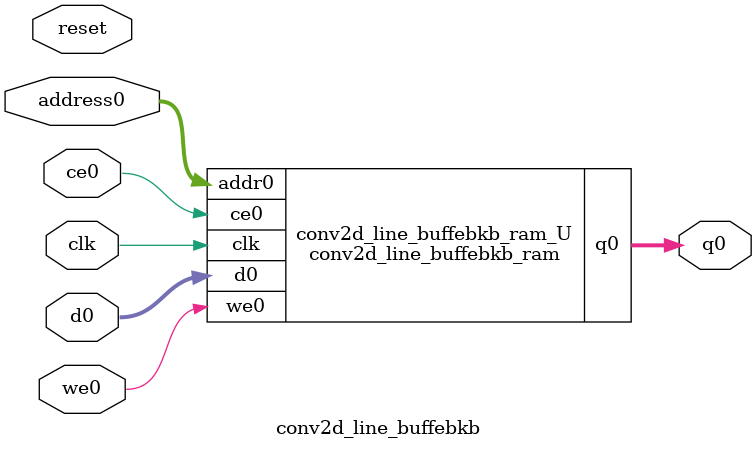
<source format=v>
`timescale 1 ns / 1 ps
module conv2d_line_buffebkb_ram (addr0, ce0, d0, we0, q0,  clk);

parameter DWIDTH = 32;
parameter AWIDTH = 3;
parameter MEM_SIZE = 5;

input[AWIDTH-1:0] addr0;
input ce0;
input[DWIDTH-1:0] d0;
input we0;
output reg[DWIDTH-1:0] q0;
input clk;

(* ram_style = "distributed" *)reg [DWIDTH-1:0] ram[0:MEM_SIZE-1];




always @(posedge clk)  
begin 
    if (ce0) 
    begin
        if (we0) 
        begin 
            ram[addr0] <= d0; 
        end 
        q0 <= ram[addr0];
    end
end


endmodule

`timescale 1 ns / 1 ps
module conv2d_line_buffebkb(
    reset,
    clk,
    address0,
    ce0,
    we0,
    d0,
    q0);

parameter DataWidth = 32'd32;
parameter AddressRange = 32'd5;
parameter AddressWidth = 32'd3;
input reset;
input clk;
input[AddressWidth - 1:0] address0;
input ce0;
input we0;
input[DataWidth - 1:0] d0;
output[DataWidth - 1:0] q0;



conv2d_line_buffebkb_ram conv2d_line_buffebkb_ram_U(
    .clk( clk ),
    .addr0( address0 ),
    .ce0( ce0 ),
    .we0( we0 ),
    .d0( d0 ),
    .q0( q0 ));

endmodule


</source>
